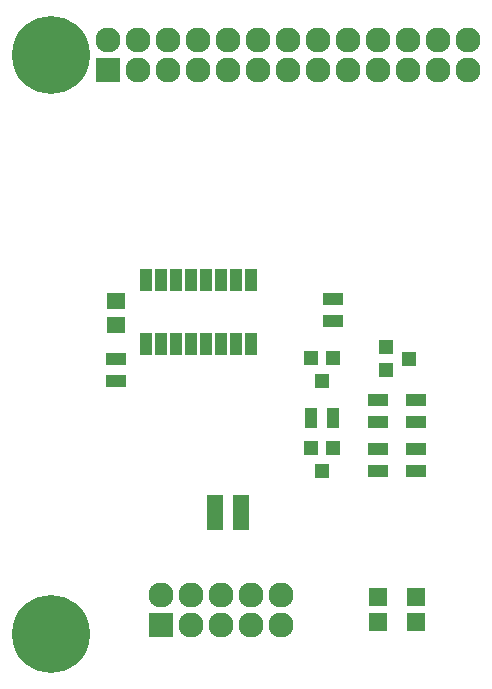
<source format=gts>
G04 #@! TF.FileFunction,Soldermask,Top*
%FSLAX46Y46*%
G04 Gerber Fmt 4.6, Leading zero omitted, Abs format (unit mm)*
G04 Created by KiCad (PCBNEW 4.0.5) date 04/15/17 13:19:52*
%MOMM*%
%LPD*%
G01*
G04 APERTURE LIST*
%ADD10C,0.100000*%
%ADD11R,2.127200X2.127200*%
%ADD12O,2.127200X2.127200*%
%ADD13R,1.700000X1.100000*%
%ADD14C,6.600000*%
%ADD15R,1.200100X1.200100*%
%ADD16R,1.000000X1.900000*%
%ADD17R,1.598880X1.598880*%
%ADD18R,1.100000X1.700000*%
%ADD19R,1.650000X1.400000*%
%ADD20R,1.460000X1.050000*%
G04 APERTURE END LIST*
D10*
D11*
X41815000Y-73760000D03*
D12*
X41815000Y-71220000D03*
X44355000Y-73760000D03*
X44355000Y-71220000D03*
X46895000Y-73760000D03*
X46895000Y-71220000D03*
X49435000Y-73760000D03*
X49435000Y-71220000D03*
X51975000Y-73760000D03*
X51975000Y-71220000D03*
D13*
X63405000Y-56615000D03*
X63405000Y-54715000D03*
D14*
X32500000Y-74500000D03*
D15*
X56420000Y-51154000D03*
X54520000Y-51154000D03*
X55470000Y-53152980D03*
X56420000Y-58774000D03*
X54520000Y-58774000D03*
X55470000Y-60772980D03*
D16*
X49435000Y-44550000D03*
X48165000Y-44550000D03*
X46895000Y-44550000D03*
X45625000Y-44550000D03*
X44355000Y-44550000D03*
X43085000Y-44550000D03*
X41815000Y-44550000D03*
X40545000Y-44550000D03*
X40545000Y-49950000D03*
X41815000Y-49950000D03*
X43085000Y-49950000D03*
X44355000Y-49950000D03*
X45625000Y-49950000D03*
X46895000Y-49950000D03*
X48165000Y-49950000D03*
X49435000Y-49950000D03*
D13*
X56420000Y-48040000D03*
X56420000Y-46140000D03*
D15*
X60865000Y-50270000D03*
X60865000Y-52170000D03*
X62863980Y-51220000D03*
D17*
X60230000Y-73539020D03*
X60230000Y-71440980D03*
X63405000Y-73539020D03*
X63405000Y-71440980D03*
D11*
X37370000Y-26770000D03*
D12*
X37370000Y-24230000D03*
X39910000Y-26770000D03*
X39910000Y-24230000D03*
X42450000Y-26770000D03*
X42450000Y-24230000D03*
X44990000Y-26770000D03*
X44990000Y-24230000D03*
X47530000Y-26770000D03*
X47530000Y-24230000D03*
X50070000Y-26770000D03*
X50070000Y-24230000D03*
X52610000Y-26770000D03*
X52610000Y-24230000D03*
X55150000Y-26770000D03*
X55150000Y-24230000D03*
X57690000Y-26770000D03*
X57690000Y-24230000D03*
X60230000Y-26770000D03*
X60230000Y-24230000D03*
X62770000Y-26770000D03*
X62770000Y-24230000D03*
X65310000Y-26770000D03*
X65310000Y-24230000D03*
X67850000Y-26770000D03*
X67850000Y-24230000D03*
D18*
X56415000Y-56234000D03*
X54515000Y-56234000D03*
D13*
X60230000Y-60740000D03*
X60230000Y-58840000D03*
X38005000Y-51220000D03*
X38005000Y-53120000D03*
X60230000Y-54715000D03*
X60230000Y-56615000D03*
X63405000Y-60740000D03*
X63405000Y-58840000D03*
D19*
X38005000Y-48360000D03*
X38005000Y-46360000D03*
D14*
X32500000Y-25500000D03*
D20*
X46430000Y-63285000D03*
X46430000Y-64235000D03*
X46430000Y-65185000D03*
X48630000Y-65185000D03*
X48630000Y-63285000D03*
X48630000Y-64235000D03*
M02*

</source>
